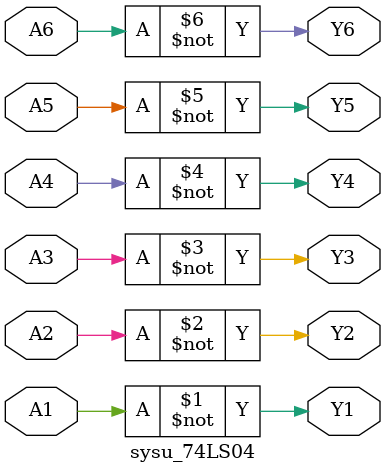
<source format=v>
`timescale 1ns / 1ps


module sysu_74LS04 #(parameter Delay = 0)(
    input wire A1,A2,A3,A4,A5,A6,
    output wire Y1,Y2,Y3,Y4,Y5,Y6
    );
    
    not #Delay (Y1,A1);
    not #Delay (Y2,A2);
    not #Delay (Y3,A3);
    not #Delay (Y4,A4);
    not #Delay (Y5,A5);
    not #Delay (Y6,A6);
    
endmodule

</source>
